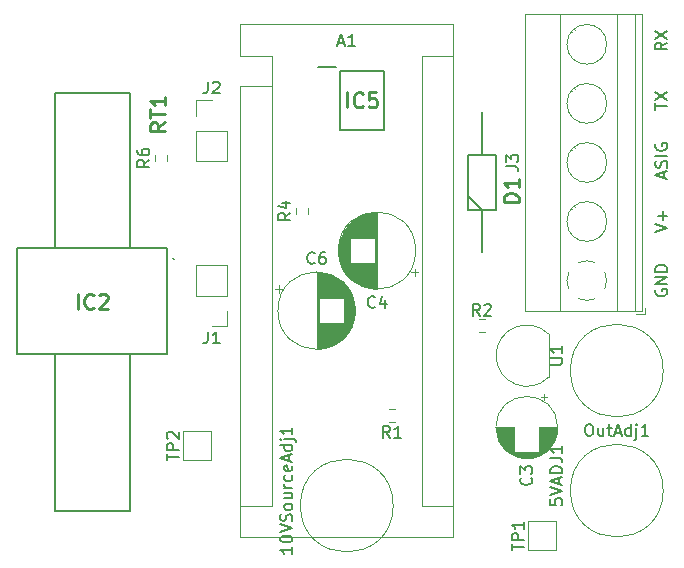
<source format=gbr>
%TF.GenerationSoftware,KiCad,Pcbnew,(5.1.9)-1*%
%TF.CreationDate,2021-05-25T19:19:13-07:00*%
%TF.ProjectId,VacuumSensor,56616375-756d-4536-956e-736f722e6b69,rev?*%
%TF.SameCoordinates,Original*%
%TF.FileFunction,Legend,Top*%
%TF.FilePolarity,Positive*%
%FSLAX46Y46*%
G04 Gerber Fmt 4.6, Leading zero omitted, Abs format (unit mm)*
G04 Created by KiCad (PCBNEW (5.1.9)-1) date 2021-05-25 19:19:13*
%MOMM*%
%LPD*%
G01*
G04 APERTURE LIST*
%ADD10C,0.150000*%
%ADD11C,0.200000*%
%ADD12C,0.120000*%
%ADD13C,0.100000*%
%ADD14C,0.254000*%
G04 APERTURE END LIST*
D10*
X132532380Y-82716666D02*
X132056190Y-83050000D01*
X132532380Y-83288095D02*
X131532380Y-83288095D01*
X131532380Y-82907142D01*
X131580000Y-82811904D01*
X131627619Y-82764285D01*
X131722857Y-82716666D01*
X131865714Y-82716666D01*
X131960952Y-82764285D01*
X132008571Y-82811904D01*
X132056190Y-82907142D01*
X132056190Y-83288095D01*
X131532380Y-82383333D02*
X132532380Y-81716666D01*
X131532380Y-81716666D02*
X132532380Y-82383333D01*
X131532380Y-88391904D02*
X131532380Y-87820476D01*
X132532380Y-88106190D02*
X131532380Y-88106190D01*
X131532380Y-87582380D02*
X132532380Y-86915714D01*
X131532380Y-86915714D02*
X132532380Y-87582380D01*
X132246666Y-94162380D02*
X132246666Y-93686190D01*
X132532380Y-94257619D02*
X131532380Y-93924285D01*
X132532380Y-93590952D01*
X132484761Y-93305238D02*
X132532380Y-93162380D01*
X132532380Y-92924285D01*
X132484761Y-92829047D01*
X132437142Y-92781428D01*
X132341904Y-92733809D01*
X132246666Y-92733809D01*
X132151428Y-92781428D01*
X132103809Y-92829047D01*
X132056190Y-92924285D01*
X132008571Y-93114761D01*
X131960952Y-93210000D01*
X131913333Y-93257619D01*
X131818095Y-93305238D01*
X131722857Y-93305238D01*
X131627619Y-93257619D01*
X131580000Y-93210000D01*
X131532380Y-93114761D01*
X131532380Y-92876666D01*
X131580000Y-92733809D01*
X132532380Y-92305238D02*
X131532380Y-92305238D01*
X131580000Y-91305238D02*
X131532380Y-91400476D01*
X131532380Y-91543333D01*
X131580000Y-91686190D01*
X131675238Y-91781428D01*
X131770476Y-91829047D01*
X131960952Y-91876666D01*
X132103809Y-91876666D01*
X132294285Y-91829047D01*
X132389523Y-91781428D01*
X132484761Y-91686190D01*
X132532380Y-91543333D01*
X132532380Y-91448095D01*
X132484761Y-91305238D01*
X132437142Y-91257619D01*
X132103809Y-91257619D01*
X132103809Y-91448095D01*
X131532380Y-98742380D02*
X132532380Y-98409047D01*
X131532380Y-98075714D01*
X132151428Y-97742380D02*
X132151428Y-96980476D01*
X132532380Y-97361428D02*
X131770476Y-97361428D01*
X131580000Y-103631904D02*
X131532380Y-103727142D01*
X131532380Y-103870000D01*
X131580000Y-104012857D01*
X131675238Y-104108095D01*
X131770476Y-104155714D01*
X131960952Y-104203333D01*
X132103809Y-104203333D01*
X132294285Y-104155714D01*
X132389523Y-104108095D01*
X132484761Y-104012857D01*
X132532380Y-103870000D01*
X132532380Y-103774761D01*
X132484761Y-103631904D01*
X132437142Y-103584285D01*
X132103809Y-103584285D01*
X132103809Y-103774761D01*
X132532380Y-103155714D02*
X131532380Y-103155714D01*
X132532380Y-102584285D01*
X131532380Y-102584285D01*
X132532380Y-102108095D02*
X131532380Y-102108095D01*
X131532380Y-101870000D01*
X131580000Y-101727142D01*
X131675238Y-101631904D01*
X131770476Y-101584285D01*
X131960952Y-101536666D01*
X132103809Y-101536666D01*
X132294285Y-101584285D01*
X132389523Y-101631904D01*
X132484761Y-101727142D01*
X132532380Y-101870000D01*
X132532380Y-102108095D01*
D11*
%TO.C,RT1*%
X89325000Y-88770000D02*
X89625000Y-88770000D01*
D12*
%TO.C,R6*%
X89132500Y-92712258D02*
X89132500Y-92237742D01*
X90177500Y-92712258D02*
X90177500Y-92237742D01*
D11*
%TO.C,IC5*%
X104830000Y-85130000D02*
X108530000Y-85130000D01*
X108530000Y-85130000D02*
X108530000Y-90130000D01*
X108530000Y-90130000D02*
X104830000Y-90130000D01*
X104830000Y-90130000D02*
X104830000Y-85130000D01*
X103005000Y-84780000D02*
X104480000Y-84780000D01*
D12*
%TO.C,R4*%
X102122500Y-97202258D02*
X102122500Y-96727742D01*
X101077500Y-97202258D02*
X101077500Y-96727742D01*
%TO.C,J3*%
X127410000Y-97870000D02*
G75*
G03*
X127410000Y-97870000I-1680000J0D01*
G01*
X127410000Y-92870000D02*
G75*
G03*
X127410000Y-92870000I-1680000J0D01*
G01*
X127410000Y-87870000D02*
G75*
G03*
X127410000Y-87870000I-1680000J0D01*
G01*
X127410000Y-82870000D02*
G75*
G03*
X127410000Y-82870000I-1680000J0D01*
G01*
X129830000Y-105430000D02*
X129830000Y-80310000D01*
X128330000Y-105430000D02*
X128330000Y-80310000D01*
X123429000Y-105430000D02*
X123429000Y-80310000D01*
X120469000Y-105430000D02*
X120469000Y-80310000D01*
X130390000Y-105430000D02*
X130390000Y-80310000D01*
X120469000Y-105430000D02*
X130390000Y-105430000D01*
X120469000Y-80310000D02*
X130390000Y-80310000D01*
X124661000Y-96595000D02*
X124707000Y-96642000D01*
X126969000Y-98904000D02*
X127004000Y-98939000D01*
X124455000Y-96800000D02*
X124491000Y-96835000D01*
X126753000Y-99097000D02*
X126799000Y-99144000D01*
X124661000Y-91595000D02*
X124707000Y-91642000D01*
X126969000Y-93904000D02*
X127004000Y-93939000D01*
X124455000Y-91800000D02*
X124491000Y-91835000D01*
X126753000Y-94097000D02*
X126799000Y-94144000D01*
X124661000Y-86595000D02*
X124707000Y-86642000D01*
X126969000Y-88904000D02*
X127004000Y-88939000D01*
X124455000Y-86800000D02*
X124491000Y-86835000D01*
X126753000Y-89097000D02*
X126799000Y-89144000D01*
X124661000Y-81595000D02*
X124707000Y-81642000D01*
X126969000Y-83904000D02*
X127004000Y-83939000D01*
X124455000Y-81800000D02*
X124491000Y-81835000D01*
X126753000Y-84097000D02*
X126799000Y-84144000D01*
X129890000Y-105670000D02*
X130630000Y-105670000D01*
X130630000Y-105670000D02*
X130630000Y-105170000D01*
X127410253Y-102841195D02*
G75*
G02*
X127265000Y-103554000I-1680253J-28805D01*
G01*
X126413042Y-104405426D02*
G75*
G02*
X125046000Y-104405000I-683042J1535426D01*
G01*
X124194574Y-103553042D02*
G75*
G02*
X124195000Y-102186000I1535426J683042D01*
G01*
X125046958Y-101334574D02*
G75*
G02*
X126414000Y-101335000I683042J-1535426D01*
G01*
X127264756Y-102186682D02*
G75*
G02*
X127410000Y-102870000I-1534756J-683318D01*
G01*
%TO.C,J1*%
X95310000Y-106740000D02*
X93980000Y-106740000D01*
X95310000Y-105410000D02*
X95310000Y-106740000D01*
X95310000Y-104140000D02*
X92650000Y-104140000D01*
X92650000Y-104140000D02*
X92650000Y-101540000D01*
X95310000Y-104140000D02*
X95310000Y-101540000D01*
X95310000Y-101540000D02*
X92650000Y-101540000D01*
%TO.C,A1*%
X114430000Y-81150000D02*
X96390000Y-81150000D01*
X114430000Y-124590000D02*
X114430000Y-81150000D01*
X96390000Y-124590000D02*
X114430000Y-124590000D01*
X99060000Y-121920000D02*
X96390000Y-121920000D01*
X99060000Y-86360000D02*
X99060000Y-121920000D01*
X99060000Y-86360000D02*
X96390000Y-86360000D01*
X111760000Y-121920000D02*
X114430000Y-121920000D01*
X111760000Y-83820000D02*
X111760000Y-121920000D01*
X111760000Y-83820000D02*
X114430000Y-83820000D01*
X96390000Y-81150000D02*
X96390000Y-83820000D01*
X96390000Y-86360000D02*
X96390000Y-124590000D01*
X99060000Y-83820000D02*
X96390000Y-83820000D01*
X99060000Y-86360000D02*
X99060000Y-83820000D01*
%TO.C,TP1*%
X120720000Y-125660000D02*
X120720000Y-123260000D01*
X120720000Y-123260000D02*
X123120000Y-123260000D01*
X123120000Y-123260000D02*
X123120000Y-125660000D01*
X123120000Y-125660000D02*
X120720000Y-125660000D01*
%TO.C,10VSourceAdj1*%
X109340000Y-121920000D02*
G75*
G03*
X109340000Y-121920000I-3930000J0D01*
G01*
%TO.C,C6*%
X106120000Y-105410000D02*
G75*
G03*
X106120000Y-105410000I-3270000J0D01*
G01*
X102850000Y-102180000D02*
X102850000Y-108640000D01*
X102890000Y-102180000D02*
X102890000Y-108640000D01*
X102930000Y-102180000D02*
X102930000Y-108640000D01*
X102970000Y-102182000D02*
X102970000Y-108638000D01*
X103010000Y-102183000D02*
X103010000Y-108637000D01*
X103050000Y-102186000D02*
X103050000Y-108634000D01*
X103090000Y-102188000D02*
X103090000Y-104370000D01*
X103090000Y-106450000D02*
X103090000Y-108632000D01*
X103130000Y-102192000D02*
X103130000Y-104370000D01*
X103130000Y-106450000D02*
X103130000Y-108628000D01*
X103170000Y-102195000D02*
X103170000Y-104370000D01*
X103170000Y-106450000D02*
X103170000Y-108625000D01*
X103210000Y-102199000D02*
X103210000Y-104370000D01*
X103210000Y-106450000D02*
X103210000Y-108621000D01*
X103250000Y-102204000D02*
X103250000Y-104370000D01*
X103250000Y-106450000D02*
X103250000Y-108616000D01*
X103290000Y-102209000D02*
X103290000Y-104370000D01*
X103290000Y-106450000D02*
X103290000Y-108611000D01*
X103330000Y-102215000D02*
X103330000Y-104370000D01*
X103330000Y-106450000D02*
X103330000Y-108605000D01*
X103370000Y-102221000D02*
X103370000Y-104370000D01*
X103370000Y-106450000D02*
X103370000Y-108599000D01*
X103410000Y-102228000D02*
X103410000Y-104370000D01*
X103410000Y-106450000D02*
X103410000Y-108592000D01*
X103450000Y-102235000D02*
X103450000Y-104370000D01*
X103450000Y-106450000D02*
X103450000Y-108585000D01*
X103490000Y-102243000D02*
X103490000Y-104370000D01*
X103490000Y-106450000D02*
X103490000Y-108577000D01*
X103530000Y-102251000D02*
X103530000Y-104370000D01*
X103530000Y-106450000D02*
X103530000Y-108569000D01*
X103571000Y-102260000D02*
X103571000Y-104370000D01*
X103571000Y-106450000D02*
X103571000Y-108560000D01*
X103611000Y-102269000D02*
X103611000Y-104370000D01*
X103611000Y-106450000D02*
X103611000Y-108551000D01*
X103651000Y-102279000D02*
X103651000Y-104370000D01*
X103651000Y-106450000D02*
X103651000Y-108541000D01*
X103691000Y-102289000D02*
X103691000Y-104370000D01*
X103691000Y-106450000D02*
X103691000Y-108531000D01*
X103731000Y-102300000D02*
X103731000Y-104370000D01*
X103731000Y-106450000D02*
X103731000Y-108520000D01*
X103771000Y-102312000D02*
X103771000Y-104370000D01*
X103771000Y-106450000D02*
X103771000Y-108508000D01*
X103811000Y-102324000D02*
X103811000Y-104370000D01*
X103811000Y-106450000D02*
X103811000Y-108496000D01*
X103851000Y-102336000D02*
X103851000Y-104370000D01*
X103851000Y-106450000D02*
X103851000Y-108484000D01*
X103891000Y-102349000D02*
X103891000Y-104370000D01*
X103891000Y-106450000D02*
X103891000Y-108471000D01*
X103931000Y-102363000D02*
X103931000Y-104370000D01*
X103931000Y-106450000D02*
X103931000Y-108457000D01*
X103971000Y-102377000D02*
X103971000Y-104370000D01*
X103971000Y-106450000D02*
X103971000Y-108443000D01*
X104011000Y-102392000D02*
X104011000Y-104370000D01*
X104011000Y-106450000D02*
X104011000Y-108428000D01*
X104051000Y-102408000D02*
X104051000Y-104370000D01*
X104051000Y-106450000D02*
X104051000Y-108412000D01*
X104091000Y-102424000D02*
X104091000Y-104370000D01*
X104091000Y-106450000D02*
X104091000Y-108396000D01*
X104131000Y-102440000D02*
X104131000Y-104370000D01*
X104131000Y-106450000D02*
X104131000Y-108380000D01*
X104171000Y-102458000D02*
X104171000Y-104370000D01*
X104171000Y-106450000D02*
X104171000Y-108362000D01*
X104211000Y-102476000D02*
X104211000Y-104370000D01*
X104211000Y-106450000D02*
X104211000Y-108344000D01*
X104251000Y-102494000D02*
X104251000Y-104370000D01*
X104251000Y-106450000D02*
X104251000Y-108326000D01*
X104291000Y-102514000D02*
X104291000Y-104370000D01*
X104291000Y-106450000D02*
X104291000Y-108306000D01*
X104331000Y-102534000D02*
X104331000Y-104370000D01*
X104331000Y-106450000D02*
X104331000Y-108286000D01*
X104371000Y-102554000D02*
X104371000Y-104370000D01*
X104371000Y-106450000D02*
X104371000Y-108266000D01*
X104411000Y-102576000D02*
X104411000Y-104370000D01*
X104411000Y-106450000D02*
X104411000Y-108244000D01*
X104451000Y-102598000D02*
X104451000Y-104370000D01*
X104451000Y-106450000D02*
X104451000Y-108222000D01*
X104491000Y-102620000D02*
X104491000Y-104370000D01*
X104491000Y-106450000D02*
X104491000Y-108200000D01*
X104531000Y-102644000D02*
X104531000Y-104370000D01*
X104531000Y-106450000D02*
X104531000Y-108176000D01*
X104571000Y-102668000D02*
X104571000Y-104370000D01*
X104571000Y-106450000D02*
X104571000Y-108152000D01*
X104611000Y-102694000D02*
X104611000Y-104370000D01*
X104611000Y-106450000D02*
X104611000Y-108126000D01*
X104651000Y-102720000D02*
X104651000Y-104370000D01*
X104651000Y-106450000D02*
X104651000Y-108100000D01*
X104691000Y-102746000D02*
X104691000Y-104370000D01*
X104691000Y-106450000D02*
X104691000Y-108074000D01*
X104731000Y-102774000D02*
X104731000Y-104370000D01*
X104731000Y-106450000D02*
X104731000Y-108046000D01*
X104771000Y-102803000D02*
X104771000Y-104370000D01*
X104771000Y-106450000D02*
X104771000Y-108017000D01*
X104811000Y-102832000D02*
X104811000Y-104370000D01*
X104811000Y-106450000D02*
X104811000Y-107988000D01*
X104851000Y-102862000D02*
X104851000Y-104370000D01*
X104851000Y-106450000D02*
X104851000Y-107958000D01*
X104891000Y-102894000D02*
X104891000Y-104370000D01*
X104891000Y-106450000D02*
X104891000Y-107926000D01*
X104931000Y-102926000D02*
X104931000Y-104370000D01*
X104931000Y-106450000D02*
X104931000Y-107894000D01*
X104971000Y-102960000D02*
X104971000Y-104370000D01*
X104971000Y-106450000D02*
X104971000Y-107860000D01*
X105011000Y-102994000D02*
X105011000Y-104370000D01*
X105011000Y-106450000D02*
X105011000Y-107826000D01*
X105051000Y-103030000D02*
X105051000Y-104370000D01*
X105051000Y-106450000D02*
X105051000Y-107790000D01*
X105091000Y-103067000D02*
X105091000Y-104370000D01*
X105091000Y-106450000D02*
X105091000Y-107753000D01*
X105131000Y-103105000D02*
X105131000Y-104370000D01*
X105131000Y-106450000D02*
X105131000Y-107715000D01*
X105171000Y-103145000D02*
X105171000Y-107675000D01*
X105211000Y-103186000D02*
X105211000Y-107634000D01*
X105251000Y-103228000D02*
X105251000Y-107592000D01*
X105291000Y-103273000D02*
X105291000Y-107547000D01*
X105331000Y-103318000D02*
X105331000Y-107502000D01*
X105371000Y-103366000D02*
X105371000Y-107454000D01*
X105411000Y-103415000D02*
X105411000Y-107405000D01*
X105451000Y-103466000D02*
X105451000Y-107354000D01*
X105491000Y-103520000D02*
X105491000Y-107300000D01*
X105531000Y-103576000D02*
X105531000Y-107244000D01*
X105571000Y-103634000D02*
X105571000Y-107186000D01*
X105611000Y-103696000D02*
X105611000Y-107124000D01*
X105651000Y-103760000D02*
X105651000Y-107060000D01*
X105691000Y-103829000D02*
X105691000Y-106991000D01*
X105731000Y-103901000D02*
X105731000Y-106919000D01*
X105771000Y-103978000D02*
X105771000Y-106842000D01*
X105811000Y-104060000D02*
X105811000Y-106760000D01*
X105851000Y-104148000D02*
X105851000Y-106672000D01*
X105891000Y-104245000D02*
X105891000Y-106575000D01*
X105931000Y-104351000D02*
X105931000Y-106469000D01*
X105971000Y-104470000D02*
X105971000Y-106350000D01*
X106011000Y-104608000D02*
X106011000Y-106212000D01*
X106051000Y-104777000D02*
X106051000Y-106043000D01*
X106091000Y-105008000D02*
X106091000Y-105812000D01*
X99349759Y-103571000D02*
X99979759Y-103571000D01*
X99664759Y-103256000D02*
X99664759Y-103886000D01*
%TO.C,C4*%
X111240000Y-100330000D02*
G75*
G03*
X111240000Y-100330000I-3270000J0D01*
G01*
X107970000Y-103560000D02*
X107970000Y-97100000D01*
X107930000Y-103560000D02*
X107930000Y-97100000D01*
X107890000Y-103560000D02*
X107890000Y-97100000D01*
X107850000Y-103558000D02*
X107850000Y-97102000D01*
X107810000Y-103557000D02*
X107810000Y-97103000D01*
X107770000Y-103554000D02*
X107770000Y-97106000D01*
X107730000Y-103552000D02*
X107730000Y-101370000D01*
X107730000Y-99290000D02*
X107730000Y-97108000D01*
X107690000Y-103548000D02*
X107690000Y-101370000D01*
X107690000Y-99290000D02*
X107690000Y-97112000D01*
X107650000Y-103545000D02*
X107650000Y-101370000D01*
X107650000Y-99290000D02*
X107650000Y-97115000D01*
X107610000Y-103541000D02*
X107610000Y-101370000D01*
X107610000Y-99290000D02*
X107610000Y-97119000D01*
X107570000Y-103536000D02*
X107570000Y-101370000D01*
X107570000Y-99290000D02*
X107570000Y-97124000D01*
X107530000Y-103531000D02*
X107530000Y-101370000D01*
X107530000Y-99290000D02*
X107530000Y-97129000D01*
X107490000Y-103525000D02*
X107490000Y-101370000D01*
X107490000Y-99290000D02*
X107490000Y-97135000D01*
X107450000Y-103519000D02*
X107450000Y-101370000D01*
X107450000Y-99290000D02*
X107450000Y-97141000D01*
X107410000Y-103512000D02*
X107410000Y-101370000D01*
X107410000Y-99290000D02*
X107410000Y-97148000D01*
X107370000Y-103505000D02*
X107370000Y-101370000D01*
X107370000Y-99290000D02*
X107370000Y-97155000D01*
X107330000Y-103497000D02*
X107330000Y-101370000D01*
X107330000Y-99290000D02*
X107330000Y-97163000D01*
X107290000Y-103489000D02*
X107290000Y-101370000D01*
X107290000Y-99290000D02*
X107290000Y-97171000D01*
X107249000Y-103480000D02*
X107249000Y-101370000D01*
X107249000Y-99290000D02*
X107249000Y-97180000D01*
X107209000Y-103471000D02*
X107209000Y-101370000D01*
X107209000Y-99290000D02*
X107209000Y-97189000D01*
X107169000Y-103461000D02*
X107169000Y-101370000D01*
X107169000Y-99290000D02*
X107169000Y-97199000D01*
X107129000Y-103451000D02*
X107129000Y-101370000D01*
X107129000Y-99290000D02*
X107129000Y-97209000D01*
X107089000Y-103440000D02*
X107089000Y-101370000D01*
X107089000Y-99290000D02*
X107089000Y-97220000D01*
X107049000Y-103428000D02*
X107049000Y-101370000D01*
X107049000Y-99290000D02*
X107049000Y-97232000D01*
X107009000Y-103416000D02*
X107009000Y-101370000D01*
X107009000Y-99290000D02*
X107009000Y-97244000D01*
X106969000Y-103404000D02*
X106969000Y-101370000D01*
X106969000Y-99290000D02*
X106969000Y-97256000D01*
X106929000Y-103391000D02*
X106929000Y-101370000D01*
X106929000Y-99290000D02*
X106929000Y-97269000D01*
X106889000Y-103377000D02*
X106889000Y-101370000D01*
X106889000Y-99290000D02*
X106889000Y-97283000D01*
X106849000Y-103363000D02*
X106849000Y-101370000D01*
X106849000Y-99290000D02*
X106849000Y-97297000D01*
X106809000Y-103348000D02*
X106809000Y-101370000D01*
X106809000Y-99290000D02*
X106809000Y-97312000D01*
X106769000Y-103332000D02*
X106769000Y-101370000D01*
X106769000Y-99290000D02*
X106769000Y-97328000D01*
X106729000Y-103316000D02*
X106729000Y-101370000D01*
X106729000Y-99290000D02*
X106729000Y-97344000D01*
X106689000Y-103300000D02*
X106689000Y-101370000D01*
X106689000Y-99290000D02*
X106689000Y-97360000D01*
X106649000Y-103282000D02*
X106649000Y-101370000D01*
X106649000Y-99290000D02*
X106649000Y-97378000D01*
X106609000Y-103264000D02*
X106609000Y-101370000D01*
X106609000Y-99290000D02*
X106609000Y-97396000D01*
X106569000Y-103246000D02*
X106569000Y-101370000D01*
X106569000Y-99290000D02*
X106569000Y-97414000D01*
X106529000Y-103226000D02*
X106529000Y-101370000D01*
X106529000Y-99290000D02*
X106529000Y-97434000D01*
X106489000Y-103206000D02*
X106489000Y-101370000D01*
X106489000Y-99290000D02*
X106489000Y-97454000D01*
X106449000Y-103186000D02*
X106449000Y-101370000D01*
X106449000Y-99290000D02*
X106449000Y-97474000D01*
X106409000Y-103164000D02*
X106409000Y-101370000D01*
X106409000Y-99290000D02*
X106409000Y-97496000D01*
X106369000Y-103142000D02*
X106369000Y-101370000D01*
X106369000Y-99290000D02*
X106369000Y-97518000D01*
X106329000Y-103120000D02*
X106329000Y-101370000D01*
X106329000Y-99290000D02*
X106329000Y-97540000D01*
X106289000Y-103096000D02*
X106289000Y-101370000D01*
X106289000Y-99290000D02*
X106289000Y-97564000D01*
X106249000Y-103072000D02*
X106249000Y-101370000D01*
X106249000Y-99290000D02*
X106249000Y-97588000D01*
X106209000Y-103046000D02*
X106209000Y-101370000D01*
X106209000Y-99290000D02*
X106209000Y-97614000D01*
X106169000Y-103020000D02*
X106169000Y-101370000D01*
X106169000Y-99290000D02*
X106169000Y-97640000D01*
X106129000Y-102994000D02*
X106129000Y-101370000D01*
X106129000Y-99290000D02*
X106129000Y-97666000D01*
X106089000Y-102966000D02*
X106089000Y-101370000D01*
X106089000Y-99290000D02*
X106089000Y-97694000D01*
X106049000Y-102937000D02*
X106049000Y-101370000D01*
X106049000Y-99290000D02*
X106049000Y-97723000D01*
X106009000Y-102908000D02*
X106009000Y-101370000D01*
X106009000Y-99290000D02*
X106009000Y-97752000D01*
X105969000Y-102878000D02*
X105969000Y-101370000D01*
X105969000Y-99290000D02*
X105969000Y-97782000D01*
X105929000Y-102846000D02*
X105929000Y-101370000D01*
X105929000Y-99290000D02*
X105929000Y-97814000D01*
X105889000Y-102814000D02*
X105889000Y-101370000D01*
X105889000Y-99290000D02*
X105889000Y-97846000D01*
X105849000Y-102780000D02*
X105849000Y-101370000D01*
X105849000Y-99290000D02*
X105849000Y-97880000D01*
X105809000Y-102746000D02*
X105809000Y-101370000D01*
X105809000Y-99290000D02*
X105809000Y-97914000D01*
X105769000Y-102710000D02*
X105769000Y-101370000D01*
X105769000Y-99290000D02*
X105769000Y-97950000D01*
X105729000Y-102673000D02*
X105729000Y-101370000D01*
X105729000Y-99290000D02*
X105729000Y-97987000D01*
X105689000Y-102635000D02*
X105689000Y-101370000D01*
X105689000Y-99290000D02*
X105689000Y-98025000D01*
X105649000Y-102595000D02*
X105649000Y-98065000D01*
X105609000Y-102554000D02*
X105609000Y-98106000D01*
X105569000Y-102512000D02*
X105569000Y-98148000D01*
X105529000Y-102467000D02*
X105529000Y-98193000D01*
X105489000Y-102422000D02*
X105489000Y-98238000D01*
X105449000Y-102374000D02*
X105449000Y-98286000D01*
X105409000Y-102325000D02*
X105409000Y-98335000D01*
X105369000Y-102274000D02*
X105369000Y-98386000D01*
X105329000Y-102220000D02*
X105329000Y-98440000D01*
X105289000Y-102164000D02*
X105289000Y-98496000D01*
X105249000Y-102106000D02*
X105249000Y-98554000D01*
X105209000Y-102044000D02*
X105209000Y-98616000D01*
X105169000Y-101980000D02*
X105169000Y-98680000D01*
X105129000Y-101911000D02*
X105129000Y-98749000D01*
X105089000Y-101839000D02*
X105089000Y-98821000D01*
X105049000Y-101762000D02*
X105049000Y-98898000D01*
X105009000Y-101680000D02*
X105009000Y-98980000D01*
X104969000Y-101592000D02*
X104969000Y-99068000D01*
X104929000Y-101495000D02*
X104929000Y-99165000D01*
X104889000Y-101389000D02*
X104889000Y-99271000D01*
X104849000Y-101270000D02*
X104849000Y-99390000D01*
X104809000Y-101132000D02*
X104809000Y-99528000D01*
X104769000Y-100963000D02*
X104769000Y-99697000D01*
X104729000Y-100732000D02*
X104729000Y-99928000D01*
X111470241Y-102169000D02*
X110840241Y-102169000D01*
X111155241Y-102484000D02*
X111155241Y-101854000D01*
%TO.C,R1*%
X109457258Y-113777500D02*
X108982742Y-113777500D01*
X109457258Y-114822500D02*
X108982742Y-114822500D01*
%TO.C,TP2*%
X91510000Y-118040000D02*
X91510000Y-115640000D01*
X91510000Y-115640000D02*
X93910000Y-115640000D01*
X93910000Y-115640000D02*
X93910000Y-118040000D01*
X93910000Y-118040000D02*
X91510000Y-118040000D01*
%TO.C,J2*%
X92650000Y-92770000D02*
X95310000Y-92770000D01*
X92650000Y-90170000D02*
X92650000Y-92770000D01*
X95310000Y-90170000D02*
X95310000Y-92770000D01*
X92650000Y-90170000D02*
X95310000Y-90170000D01*
X92650000Y-88900000D02*
X92650000Y-87570000D01*
X92650000Y-87570000D02*
X93980000Y-87570000D01*
D11*
%TO.C,D1*%
X115652000Y-96868000D02*
X115652000Y-92232000D01*
X115652000Y-92232000D02*
X118028000Y-92232000D01*
X118028000Y-92232000D02*
X118028000Y-96868000D01*
X118028000Y-96868000D02*
X115652000Y-96868000D01*
X116840000Y-96868000D02*
X115652000Y-95680000D01*
X116840000Y-100462000D02*
X116840000Y-96868000D01*
X116840000Y-92232000D02*
X116840000Y-88638000D01*
D12*
%TO.C,C3*%
X122375000Y-112745225D02*
X121875000Y-112745225D01*
X122125000Y-112495225D02*
X122125000Y-112995225D01*
X120934000Y-117901000D02*
X120366000Y-117901000D01*
X121168000Y-117861000D02*
X120132000Y-117861000D01*
X121327000Y-117821000D02*
X119973000Y-117821000D01*
X121455000Y-117781000D02*
X119845000Y-117781000D01*
X121565000Y-117741000D02*
X119735000Y-117741000D01*
X121661000Y-117701000D02*
X119639000Y-117701000D01*
X121748000Y-117661000D02*
X119552000Y-117661000D01*
X121828000Y-117621000D02*
X119472000Y-117621000D01*
X121901000Y-117581000D02*
X119399000Y-117581000D01*
X121969000Y-117541000D02*
X119331000Y-117541000D01*
X122033000Y-117501000D02*
X119267000Y-117501000D01*
X122093000Y-117461000D02*
X119207000Y-117461000D01*
X122150000Y-117421000D02*
X119150000Y-117421000D01*
X122204000Y-117381000D02*
X119096000Y-117381000D01*
X122255000Y-117341000D02*
X119045000Y-117341000D01*
X119610000Y-117301000D02*
X118997000Y-117301000D01*
X122303000Y-117301000D02*
X121690000Y-117301000D01*
X119610000Y-117261000D02*
X118951000Y-117261000D01*
X122349000Y-117261000D02*
X121690000Y-117261000D01*
X119610000Y-117221000D02*
X118907000Y-117221000D01*
X122393000Y-117221000D02*
X121690000Y-117221000D01*
X119610000Y-117181000D02*
X118865000Y-117181000D01*
X122435000Y-117181000D02*
X121690000Y-117181000D01*
X119610000Y-117141000D02*
X118824000Y-117141000D01*
X122476000Y-117141000D02*
X121690000Y-117141000D01*
X119610000Y-117101000D02*
X118786000Y-117101000D01*
X122514000Y-117101000D02*
X121690000Y-117101000D01*
X119610000Y-117061000D02*
X118749000Y-117061000D01*
X122551000Y-117061000D02*
X121690000Y-117061000D01*
X119610000Y-117021000D02*
X118713000Y-117021000D01*
X122587000Y-117021000D02*
X121690000Y-117021000D01*
X119610000Y-116981000D02*
X118679000Y-116981000D01*
X122621000Y-116981000D02*
X121690000Y-116981000D01*
X119610000Y-116941000D02*
X118646000Y-116941000D01*
X122654000Y-116941000D02*
X121690000Y-116941000D01*
X119610000Y-116901000D02*
X118615000Y-116901000D01*
X122685000Y-116901000D02*
X121690000Y-116901000D01*
X119610000Y-116861000D02*
X118585000Y-116861000D01*
X122715000Y-116861000D02*
X121690000Y-116861000D01*
X119610000Y-116821000D02*
X118555000Y-116821000D01*
X122745000Y-116821000D02*
X121690000Y-116821000D01*
X119610000Y-116781000D02*
X118528000Y-116781000D01*
X122772000Y-116781000D02*
X121690000Y-116781000D01*
X119610000Y-116741000D02*
X118501000Y-116741000D01*
X122799000Y-116741000D02*
X121690000Y-116741000D01*
X119610000Y-116701000D02*
X118475000Y-116701000D01*
X122825000Y-116701000D02*
X121690000Y-116701000D01*
X119610000Y-116661000D02*
X118450000Y-116661000D01*
X122850000Y-116661000D02*
X121690000Y-116661000D01*
X119610000Y-116621000D02*
X118426000Y-116621000D01*
X122874000Y-116621000D02*
X121690000Y-116621000D01*
X119610000Y-116581000D02*
X118403000Y-116581000D01*
X122897000Y-116581000D02*
X121690000Y-116581000D01*
X119610000Y-116541000D02*
X118382000Y-116541000D01*
X122918000Y-116541000D02*
X121690000Y-116541000D01*
X119610000Y-116501000D02*
X118360000Y-116501000D01*
X122940000Y-116501000D02*
X121690000Y-116501000D01*
X119610000Y-116461000D02*
X118340000Y-116461000D01*
X122960000Y-116461000D02*
X121690000Y-116461000D01*
X119610000Y-116421000D02*
X118321000Y-116421000D01*
X122979000Y-116421000D02*
X121690000Y-116421000D01*
X119610000Y-116381000D02*
X118302000Y-116381000D01*
X122998000Y-116381000D02*
X121690000Y-116381000D01*
X119610000Y-116341000D02*
X118285000Y-116341000D01*
X123015000Y-116341000D02*
X121690000Y-116341000D01*
X119610000Y-116301000D02*
X118268000Y-116301000D01*
X123032000Y-116301000D02*
X121690000Y-116301000D01*
X119610000Y-116261000D02*
X118252000Y-116261000D01*
X123048000Y-116261000D02*
X121690000Y-116261000D01*
X119610000Y-116221000D02*
X118236000Y-116221000D01*
X123064000Y-116221000D02*
X121690000Y-116221000D01*
X119610000Y-116181000D02*
X118222000Y-116181000D01*
X123078000Y-116181000D02*
X121690000Y-116181000D01*
X119610000Y-116141000D02*
X118208000Y-116141000D01*
X123092000Y-116141000D02*
X121690000Y-116141000D01*
X119610000Y-116101000D02*
X118195000Y-116101000D01*
X123105000Y-116101000D02*
X121690000Y-116101000D01*
X119610000Y-116061000D02*
X118182000Y-116061000D01*
X123118000Y-116061000D02*
X121690000Y-116061000D01*
X119610000Y-116021000D02*
X118170000Y-116021000D01*
X123130000Y-116021000D02*
X121690000Y-116021000D01*
X119610000Y-115980000D02*
X118159000Y-115980000D01*
X123141000Y-115980000D02*
X121690000Y-115980000D01*
X119610000Y-115940000D02*
X118149000Y-115940000D01*
X123151000Y-115940000D02*
X121690000Y-115940000D01*
X119610000Y-115900000D02*
X118139000Y-115900000D01*
X123161000Y-115900000D02*
X121690000Y-115900000D01*
X119610000Y-115860000D02*
X118130000Y-115860000D01*
X123170000Y-115860000D02*
X121690000Y-115860000D01*
X119610000Y-115820000D02*
X118122000Y-115820000D01*
X123178000Y-115820000D02*
X121690000Y-115820000D01*
X119610000Y-115780000D02*
X118114000Y-115780000D01*
X123186000Y-115780000D02*
X121690000Y-115780000D01*
X119610000Y-115740000D02*
X118107000Y-115740000D01*
X123193000Y-115740000D02*
X121690000Y-115740000D01*
X119610000Y-115700000D02*
X118100000Y-115700000D01*
X123200000Y-115700000D02*
X121690000Y-115700000D01*
X119610000Y-115660000D02*
X118094000Y-115660000D01*
X123206000Y-115660000D02*
X121690000Y-115660000D01*
X119610000Y-115620000D02*
X118089000Y-115620000D01*
X123211000Y-115620000D02*
X121690000Y-115620000D01*
X119610000Y-115580000D02*
X118085000Y-115580000D01*
X123215000Y-115580000D02*
X121690000Y-115580000D01*
X119610000Y-115540000D02*
X118081000Y-115540000D01*
X123219000Y-115540000D02*
X121690000Y-115540000D01*
X119610000Y-115500000D02*
X118077000Y-115500000D01*
X123223000Y-115500000D02*
X121690000Y-115500000D01*
X119610000Y-115460000D02*
X118074000Y-115460000D01*
X123226000Y-115460000D02*
X121690000Y-115460000D01*
X119610000Y-115420000D02*
X118072000Y-115420000D01*
X123228000Y-115420000D02*
X121690000Y-115420000D01*
X119610000Y-115380000D02*
X118071000Y-115380000D01*
X123229000Y-115380000D02*
X121690000Y-115380000D01*
X123230000Y-115340000D02*
X121690000Y-115340000D01*
X119610000Y-115340000D02*
X118070000Y-115340000D01*
X123230000Y-115300000D02*
X121690000Y-115300000D01*
X119610000Y-115300000D02*
X118070000Y-115300000D01*
X123270000Y-115300000D02*
G75*
G03*
X123270000Y-115300000I-2620000J0D01*
G01*
D13*
%TO.C,IC2*%
X90780000Y-101000000D02*
X90780000Y-101000000D01*
X90680000Y-101000000D02*
X90680000Y-101000000D01*
D11*
X87080000Y-87000000D02*
X87080000Y-100100000D01*
X80680000Y-87000000D02*
X87080000Y-87000000D01*
X80680000Y-100100000D02*
X80680000Y-87000000D01*
X87080000Y-122400000D02*
X87080000Y-109100000D01*
X80680000Y-122400000D02*
X87080000Y-122400000D01*
X80680000Y-109100000D02*
X80680000Y-122400000D01*
X77530000Y-100100000D02*
X77530000Y-109100000D01*
X90230000Y-100100000D02*
X77530000Y-100100000D01*
X90230000Y-109100000D02*
X90230000Y-100100000D01*
X77530000Y-109100000D02*
X90230000Y-109100000D01*
D13*
X90680000Y-101000000D02*
G75*
G02*
X90780000Y-101000000I50000J0D01*
G01*
X90780000Y-101000000D02*
G75*
G02*
X90680000Y-101000000I-50000J0D01*
G01*
D12*
%TO.C,OutAdj1*%
X132200000Y-110490000D02*
G75*
G03*
X132200000Y-110490000I-3930000J0D01*
G01*
%TO.C,U1*%
X122500000Y-111020000D02*
X122500000Y-107420000D01*
X122488478Y-111058478D02*
G75*
G02*
X118050000Y-109220000I-1838478J1838478D01*
G01*
X122488478Y-107381522D02*
G75*
G03*
X118050000Y-109220000I-1838478J-1838478D01*
G01*
%TO.C,5VADJ1*%
X132200000Y-120650000D02*
G75*
G03*
X132200000Y-120650000I-3930000J0D01*
G01*
%TO.C,R2*%
X117077258Y-106157500D02*
X116602742Y-106157500D01*
X117077258Y-107202500D02*
X116602742Y-107202500D01*
%TO.C,RT1*%
D14*
X90049523Y-89465476D02*
X89444761Y-89888809D01*
X90049523Y-90191190D02*
X88779523Y-90191190D01*
X88779523Y-89707380D01*
X88840000Y-89586428D01*
X88900476Y-89525952D01*
X89021428Y-89465476D01*
X89202857Y-89465476D01*
X89323809Y-89525952D01*
X89384285Y-89586428D01*
X89444761Y-89707380D01*
X89444761Y-90191190D01*
X88779523Y-89102619D02*
X88779523Y-88376904D01*
X90049523Y-88739761D02*
X88779523Y-88739761D01*
X90049523Y-87288333D02*
X90049523Y-88014047D01*
X90049523Y-87651190D02*
X88779523Y-87651190D01*
X88960952Y-87772142D01*
X89081904Y-87893095D01*
X89142380Y-88014047D01*
%TO.C,R6*%
D10*
X88677380Y-92641666D02*
X88201190Y-92975000D01*
X88677380Y-93213095D02*
X87677380Y-93213095D01*
X87677380Y-92832142D01*
X87725000Y-92736904D01*
X87772619Y-92689285D01*
X87867857Y-92641666D01*
X88010714Y-92641666D01*
X88105952Y-92689285D01*
X88153571Y-92736904D01*
X88201190Y-92832142D01*
X88201190Y-93213095D01*
X87677380Y-91784523D02*
X87677380Y-91975000D01*
X87725000Y-92070238D01*
X87772619Y-92117857D01*
X87915476Y-92213095D01*
X88105952Y-92260714D01*
X88486904Y-92260714D01*
X88582142Y-92213095D01*
X88629761Y-92165476D01*
X88677380Y-92070238D01*
X88677380Y-91879761D01*
X88629761Y-91784523D01*
X88582142Y-91736904D01*
X88486904Y-91689285D01*
X88248809Y-91689285D01*
X88153571Y-91736904D01*
X88105952Y-91784523D01*
X88058333Y-91879761D01*
X88058333Y-92070238D01*
X88105952Y-92165476D01*
X88153571Y-92213095D01*
X88248809Y-92260714D01*
%TO.C,IC5*%
D14*
X105440238Y-88204523D02*
X105440238Y-86934523D01*
X106770714Y-88083571D02*
X106710238Y-88144047D01*
X106528809Y-88204523D01*
X106407857Y-88204523D01*
X106226428Y-88144047D01*
X106105476Y-88023095D01*
X106045000Y-87902142D01*
X105984523Y-87660238D01*
X105984523Y-87478809D01*
X106045000Y-87236904D01*
X106105476Y-87115952D01*
X106226428Y-86995000D01*
X106407857Y-86934523D01*
X106528809Y-86934523D01*
X106710238Y-86995000D01*
X106770714Y-87055476D01*
X107919761Y-86934523D02*
X107315000Y-86934523D01*
X107254523Y-87539285D01*
X107315000Y-87478809D01*
X107435952Y-87418333D01*
X107738333Y-87418333D01*
X107859285Y-87478809D01*
X107919761Y-87539285D01*
X107980238Y-87660238D01*
X107980238Y-87962619D01*
X107919761Y-88083571D01*
X107859285Y-88144047D01*
X107738333Y-88204523D01*
X107435952Y-88204523D01*
X107315000Y-88144047D01*
X107254523Y-88083571D01*
%TO.C,R4*%
D10*
X100622380Y-97131666D02*
X100146190Y-97465000D01*
X100622380Y-97703095D02*
X99622380Y-97703095D01*
X99622380Y-97322142D01*
X99670000Y-97226904D01*
X99717619Y-97179285D01*
X99812857Y-97131666D01*
X99955714Y-97131666D01*
X100050952Y-97179285D01*
X100098571Y-97226904D01*
X100146190Y-97322142D01*
X100146190Y-97703095D01*
X99955714Y-96274523D02*
X100622380Y-96274523D01*
X99574761Y-96512619D02*
X100289047Y-96750714D01*
X100289047Y-96131666D01*
%TO.C,J3*%
X118922380Y-93203333D02*
X119636666Y-93203333D01*
X119779523Y-93250952D01*
X119874761Y-93346190D01*
X119922380Y-93489047D01*
X119922380Y-93584285D01*
X118922380Y-92822380D02*
X118922380Y-92203333D01*
X119303333Y-92536666D01*
X119303333Y-92393809D01*
X119350952Y-92298571D01*
X119398571Y-92250952D01*
X119493809Y-92203333D01*
X119731904Y-92203333D01*
X119827142Y-92250952D01*
X119874761Y-92298571D01*
X119922380Y-92393809D01*
X119922380Y-92679523D01*
X119874761Y-92774761D01*
X119827142Y-92822380D01*
%TO.C,J1*%
X93646666Y-107192380D02*
X93646666Y-107906666D01*
X93599047Y-108049523D01*
X93503809Y-108144761D01*
X93360952Y-108192380D01*
X93265714Y-108192380D01*
X94646666Y-108192380D02*
X94075238Y-108192380D01*
X94360952Y-108192380D02*
X94360952Y-107192380D01*
X94265714Y-107335238D01*
X94170476Y-107430476D01*
X94075238Y-107478095D01*
%TO.C,A1*%
X104695714Y-82716666D02*
X105171904Y-82716666D01*
X104600476Y-83002380D02*
X104933809Y-82002380D01*
X105267142Y-83002380D01*
X106124285Y-83002380D02*
X105552857Y-83002380D01*
X105838571Y-83002380D02*
X105838571Y-82002380D01*
X105743333Y-82145238D01*
X105648095Y-82240476D01*
X105552857Y-82288095D01*
%TO.C,TP1*%
X119374380Y-125721904D02*
X119374380Y-125150476D01*
X120374380Y-125436190D02*
X119374380Y-125436190D01*
X120374380Y-124817142D02*
X119374380Y-124817142D01*
X119374380Y-124436190D01*
X119422000Y-124340952D01*
X119469619Y-124293333D01*
X119564857Y-124245714D01*
X119707714Y-124245714D01*
X119802952Y-124293333D01*
X119850571Y-124340952D01*
X119898190Y-124436190D01*
X119898190Y-124817142D01*
X120374380Y-123293333D02*
X120374380Y-123864761D01*
X120374380Y-123579047D02*
X119374380Y-123579047D01*
X119517238Y-123674285D01*
X119612476Y-123769523D01*
X119660095Y-123864761D01*
%TO.C,10VSourceAdj1*%
X100782380Y-125411904D02*
X100782380Y-125983333D01*
X100782380Y-125697619D02*
X99782380Y-125697619D01*
X99925238Y-125792857D01*
X100020476Y-125888095D01*
X100068095Y-125983333D01*
X99782380Y-124792857D02*
X99782380Y-124697619D01*
X99830000Y-124602380D01*
X99877619Y-124554761D01*
X99972857Y-124507142D01*
X100163333Y-124459523D01*
X100401428Y-124459523D01*
X100591904Y-124507142D01*
X100687142Y-124554761D01*
X100734761Y-124602380D01*
X100782380Y-124697619D01*
X100782380Y-124792857D01*
X100734761Y-124888095D01*
X100687142Y-124935714D01*
X100591904Y-124983333D01*
X100401428Y-125030952D01*
X100163333Y-125030952D01*
X99972857Y-124983333D01*
X99877619Y-124935714D01*
X99830000Y-124888095D01*
X99782380Y-124792857D01*
X99782380Y-124173809D02*
X100782380Y-123840476D01*
X99782380Y-123507142D01*
X100734761Y-123221428D02*
X100782380Y-123078571D01*
X100782380Y-122840476D01*
X100734761Y-122745238D01*
X100687142Y-122697619D01*
X100591904Y-122650000D01*
X100496666Y-122650000D01*
X100401428Y-122697619D01*
X100353809Y-122745238D01*
X100306190Y-122840476D01*
X100258571Y-123030952D01*
X100210952Y-123126190D01*
X100163333Y-123173809D01*
X100068095Y-123221428D01*
X99972857Y-123221428D01*
X99877619Y-123173809D01*
X99830000Y-123126190D01*
X99782380Y-123030952D01*
X99782380Y-122792857D01*
X99830000Y-122650000D01*
X100782380Y-122078571D02*
X100734761Y-122173809D01*
X100687142Y-122221428D01*
X100591904Y-122269047D01*
X100306190Y-122269047D01*
X100210952Y-122221428D01*
X100163333Y-122173809D01*
X100115714Y-122078571D01*
X100115714Y-121935714D01*
X100163333Y-121840476D01*
X100210952Y-121792857D01*
X100306190Y-121745238D01*
X100591904Y-121745238D01*
X100687142Y-121792857D01*
X100734761Y-121840476D01*
X100782380Y-121935714D01*
X100782380Y-122078571D01*
X100115714Y-120888095D02*
X100782380Y-120888095D01*
X100115714Y-121316666D02*
X100639523Y-121316666D01*
X100734761Y-121269047D01*
X100782380Y-121173809D01*
X100782380Y-121030952D01*
X100734761Y-120935714D01*
X100687142Y-120888095D01*
X100782380Y-120411904D02*
X100115714Y-120411904D01*
X100306190Y-120411904D02*
X100210952Y-120364285D01*
X100163333Y-120316666D01*
X100115714Y-120221428D01*
X100115714Y-120126190D01*
X100734761Y-119364285D02*
X100782380Y-119459523D01*
X100782380Y-119650000D01*
X100734761Y-119745238D01*
X100687142Y-119792857D01*
X100591904Y-119840476D01*
X100306190Y-119840476D01*
X100210952Y-119792857D01*
X100163333Y-119745238D01*
X100115714Y-119650000D01*
X100115714Y-119459523D01*
X100163333Y-119364285D01*
X100734761Y-118554761D02*
X100782380Y-118650000D01*
X100782380Y-118840476D01*
X100734761Y-118935714D01*
X100639523Y-118983333D01*
X100258571Y-118983333D01*
X100163333Y-118935714D01*
X100115714Y-118840476D01*
X100115714Y-118650000D01*
X100163333Y-118554761D01*
X100258571Y-118507142D01*
X100353809Y-118507142D01*
X100449047Y-118983333D01*
X100496666Y-118126190D02*
X100496666Y-117650000D01*
X100782380Y-118221428D02*
X99782380Y-117888095D01*
X100782380Y-117554761D01*
X100782380Y-116792857D02*
X99782380Y-116792857D01*
X100734761Y-116792857D02*
X100782380Y-116888095D01*
X100782380Y-117078571D01*
X100734761Y-117173809D01*
X100687142Y-117221428D01*
X100591904Y-117269047D01*
X100306190Y-117269047D01*
X100210952Y-117221428D01*
X100163333Y-117173809D01*
X100115714Y-117078571D01*
X100115714Y-116888095D01*
X100163333Y-116792857D01*
X100115714Y-116316666D02*
X100972857Y-116316666D01*
X101068095Y-116364285D01*
X101115714Y-116459523D01*
X101115714Y-116507142D01*
X99782380Y-116316666D02*
X99830000Y-116364285D01*
X99877619Y-116316666D01*
X99830000Y-116269047D01*
X99782380Y-116316666D01*
X99877619Y-116316666D01*
X100782380Y-115316666D02*
X100782380Y-115888095D01*
X100782380Y-115602380D02*
X99782380Y-115602380D01*
X99925238Y-115697619D01*
X100020476Y-115792857D01*
X100068095Y-115888095D01*
%TO.C,C6*%
X102683333Y-101367142D02*
X102635714Y-101414761D01*
X102492857Y-101462380D01*
X102397619Y-101462380D01*
X102254761Y-101414761D01*
X102159523Y-101319523D01*
X102111904Y-101224285D01*
X102064285Y-101033809D01*
X102064285Y-100890952D01*
X102111904Y-100700476D01*
X102159523Y-100605238D01*
X102254761Y-100510000D01*
X102397619Y-100462380D01*
X102492857Y-100462380D01*
X102635714Y-100510000D01*
X102683333Y-100557619D01*
X103540476Y-100462380D02*
X103350000Y-100462380D01*
X103254761Y-100510000D01*
X103207142Y-100557619D01*
X103111904Y-100700476D01*
X103064285Y-100890952D01*
X103064285Y-101271904D01*
X103111904Y-101367142D01*
X103159523Y-101414761D01*
X103254761Y-101462380D01*
X103445238Y-101462380D01*
X103540476Y-101414761D01*
X103588095Y-101367142D01*
X103635714Y-101271904D01*
X103635714Y-101033809D01*
X103588095Y-100938571D01*
X103540476Y-100890952D01*
X103445238Y-100843333D01*
X103254761Y-100843333D01*
X103159523Y-100890952D01*
X103111904Y-100938571D01*
X103064285Y-101033809D01*
%TO.C,C4*%
X107803333Y-105087142D02*
X107755714Y-105134761D01*
X107612857Y-105182380D01*
X107517619Y-105182380D01*
X107374761Y-105134761D01*
X107279523Y-105039523D01*
X107231904Y-104944285D01*
X107184285Y-104753809D01*
X107184285Y-104610952D01*
X107231904Y-104420476D01*
X107279523Y-104325238D01*
X107374761Y-104230000D01*
X107517619Y-104182380D01*
X107612857Y-104182380D01*
X107755714Y-104230000D01*
X107803333Y-104277619D01*
X108660476Y-104515714D02*
X108660476Y-105182380D01*
X108422380Y-104134761D02*
X108184285Y-104849047D01*
X108803333Y-104849047D01*
%TO.C,R1*%
X109053333Y-116182380D02*
X108720000Y-115706190D01*
X108481904Y-116182380D02*
X108481904Y-115182380D01*
X108862857Y-115182380D01*
X108958095Y-115230000D01*
X109005714Y-115277619D01*
X109053333Y-115372857D01*
X109053333Y-115515714D01*
X109005714Y-115610952D01*
X108958095Y-115658571D01*
X108862857Y-115706190D01*
X108481904Y-115706190D01*
X110005714Y-116182380D02*
X109434285Y-116182380D01*
X109720000Y-116182380D02*
X109720000Y-115182380D01*
X109624761Y-115325238D01*
X109529523Y-115420476D01*
X109434285Y-115468095D01*
%TO.C,TP2*%
X90164380Y-118101904D02*
X90164380Y-117530476D01*
X91164380Y-117816190D02*
X90164380Y-117816190D01*
X91164380Y-117197142D02*
X90164380Y-117197142D01*
X90164380Y-116816190D01*
X90212000Y-116720952D01*
X90259619Y-116673333D01*
X90354857Y-116625714D01*
X90497714Y-116625714D01*
X90592952Y-116673333D01*
X90640571Y-116720952D01*
X90688190Y-116816190D01*
X90688190Y-117197142D01*
X90259619Y-116244761D02*
X90212000Y-116197142D01*
X90164380Y-116101904D01*
X90164380Y-115863809D01*
X90212000Y-115768571D01*
X90259619Y-115720952D01*
X90354857Y-115673333D01*
X90450095Y-115673333D01*
X90592952Y-115720952D01*
X91164380Y-116292380D01*
X91164380Y-115673333D01*
%TO.C,J2*%
X93646666Y-86022380D02*
X93646666Y-86736666D01*
X93599047Y-86879523D01*
X93503809Y-86974761D01*
X93360952Y-87022380D01*
X93265714Y-87022380D01*
X94075238Y-86117619D02*
X94122857Y-86070000D01*
X94218095Y-86022380D01*
X94456190Y-86022380D01*
X94551428Y-86070000D01*
X94599047Y-86117619D01*
X94646666Y-86212857D01*
X94646666Y-86308095D01*
X94599047Y-86450952D01*
X94027619Y-87022380D01*
X94646666Y-87022380D01*
%TO.C,D1*%
D14*
X119954523Y-96187380D02*
X118684523Y-96187380D01*
X118684523Y-95885000D01*
X118745000Y-95703571D01*
X118865952Y-95582619D01*
X118986904Y-95522142D01*
X119228809Y-95461666D01*
X119410238Y-95461666D01*
X119652142Y-95522142D01*
X119773095Y-95582619D01*
X119894047Y-95703571D01*
X119954523Y-95885000D01*
X119954523Y-96187380D01*
X119954523Y-94252142D02*
X119954523Y-94977857D01*
X119954523Y-94615000D02*
X118684523Y-94615000D01*
X118865952Y-94735952D01*
X118986904Y-94856904D01*
X119047380Y-94977857D01*
%TO.C,C3*%
D10*
X121007142Y-119546666D02*
X121054761Y-119594285D01*
X121102380Y-119737142D01*
X121102380Y-119832380D01*
X121054761Y-119975238D01*
X120959523Y-120070476D01*
X120864285Y-120118095D01*
X120673809Y-120165714D01*
X120530952Y-120165714D01*
X120340476Y-120118095D01*
X120245238Y-120070476D01*
X120150000Y-119975238D01*
X120102380Y-119832380D01*
X120102380Y-119737142D01*
X120150000Y-119594285D01*
X120197619Y-119546666D01*
X120102380Y-119213333D02*
X120102380Y-118594285D01*
X120483333Y-118927619D01*
X120483333Y-118784761D01*
X120530952Y-118689523D01*
X120578571Y-118641904D01*
X120673809Y-118594285D01*
X120911904Y-118594285D01*
X121007142Y-118641904D01*
X121054761Y-118689523D01*
X121102380Y-118784761D01*
X121102380Y-119070476D01*
X121054761Y-119165714D01*
X121007142Y-119213333D01*
%TO.C,IC2*%
D14*
X82640238Y-105274523D02*
X82640238Y-104004523D01*
X83970714Y-105153571D02*
X83910238Y-105214047D01*
X83728809Y-105274523D01*
X83607857Y-105274523D01*
X83426428Y-105214047D01*
X83305476Y-105093095D01*
X83245000Y-104972142D01*
X83184523Y-104730238D01*
X83184523Y-104548809D01*
X83245000Y-104306904D01*
X83305476Y-104185952D01*
X83426428Y-104065000D01*
X83607857Y-104004523D01*
X83728809Y-104004523D01*
X83910238Y-104065000D01*
X83970714Y-104125476D01*
X84454523Y-104125476D02*
X84515000Y-104065000D01*
X84635952Y-104004523D01*
X84938333Y-104004523D01*
X85059285Y-104065000D01*
X85119761Y-104125476D01*
X85180238Y-104246428D01*
X85180238Y-104367380D01*
X85119761Y-104548809D01*
X84394047Y-105274523D01*
X85180238Y-105274523D01*
%TO.C,OutAdj1*%
D10*
X125841428Y-115022380D02*
X126031904Y-115022380D01*
X126127142Y-115070000D01*
X126222380Y-115165238D01*
X126270000Y-115355714D01*
X126270000Y-115689047D01*
X126222380Y-115879523D01*
X126127142Y-115974761D01*
X126031904Y-116022380D01*
X125841428Y-116022380D01*
X125746190Y-115974761D01*
X125650952Y-115879523D01*
X125603333Y-115689047D01*
X125603333Y-115355714D01*
X125650952Y-115165238D01*
X125746190Y-115070000D01*
X125841428Y-115022380D01*
X127127142Y-115355714D02*
X127127142Y-116022380D01*
X126698571Y-115355714D02*
X126698571Y-115879523D01*
X126746190Y-115974761D01*
X126841428Y-116022380D01*
X126984285Y-116022380D01*
X127079523Y-115974761D01*
X127127142Y-115927142D01*
X127460476Y-115355714D02*
X127841428Y-115355714D01*
X127603333Y-115022380D02*
X127603333Y-115879523D01*
X127650952Y-115974761D01*
X127746190Y-116022380D01*
X127841428Y-116022380D01*
X128127142Y-115736666D02*
X128603333Y-115736666D01*
X128031904Y-116022380D02*
X128365238Y-115022380D01*
X128698571Y-116022380D01*
X129460476Y-116022380D02*
X129460476Y-115022380D01*
X129460476Y-115974761D02*
X129365238Y-116022380D01*
X129174761Y-116022380D01*
X129079523Y-115974761D01*
X129031904Y-115927142D01*
X128984285Y-115831904D01*
X128984285Y-115546190D01*
X129031904Y-115450952D01*
X129079523Y-115403333D01*
X129174761Y-115355714D01*
X129365238Y-115355714D01*
X129460476Y-115403333D01*
X129936666Y-115355714D02*
X129936666Y-116212857D01*
X129889047Y-116308095D01*
X129793809Y-116355714D01*
X129746190Y-116355714D01*
X129936666Y-115022380D02*
X129889047Y-115070000D01*
X129936666Y-115117619D01*
X129984285Y-115070000D01*
X129936666Y-115022380D01*
X129936666Y-115117619D01*
X130936666Y-116022380D02*
X130365238Y-116022380D01*
X130650952Y-116022380D02*
X130650952Y-115022380D01*
X130555714Y-115165238D01*
X130460476Y-115260476D01*
X130365238Y-115308095D01*
%TO.C,U1*%
X122642380Y-109981904D02*
X123451904Y-109981904D01*
X123547142Y-109934285D01*
X123594761Y-109886666D01*
X123642380Y-109791428D01*
X123642380Y-109600952D01*
X123594761Y-109505714D01*
X123547142Y-109458095D01*
X123451904Y-109410476D01*
X122642380Y-109410476D01*
X123642380Y-108410476D02*
X123642380Y-108981904D01*
X123642380Y-108696190D02*
X122642380Y-108696190D01*
X122785238Y-108791428D01*
X122880476Y-108886666D01*
X122928095Y-108981904D01*
%TO.C,5VADJ1*%
X122642380Y-121356190D02*
X122642380Y-121832380D01*
X123118571Y-121880000D01*
X123070952Y-121832380D01*
X123023333Y-121737142D01*
X123023333Y-121499047D01*
X123070952Y-121403809D01*
X123118571Y-121356190D01*
X123213809Y-121308571D01*
X123451904Y-121308571D01*
X123547142Y-121356190D01*
X123594761Y-121403809D01*
X123642380Y-121499047D01*
X123642380Y-121737142D01*
X123594761Y-121832380D01*
X123547142Y-121880000D01*
X122642380Y-121022857D02*
X123642380Y-120689523D01*
X122642380Y-120356190D01*
X123356666Y-120070476D02*
X123356666Y-119594285D01*
X123642380Y-120165714D02*
X122642380Y-119832380D01*
X123642380Y-119499047D01*
X123642380Y-119165714D02*
X122642380Y-119165714D01*
X122642380Y-118927619D01*
X122690000Y-118784761D01*
X122785238Y-118689523D01*
X122880476Y-118641904D01*
X123070952Y-118594285D01*
X123213809Y-118594285D01*
X123404285Y-118641904D01*
X123499523Y-118689523D01*
X123594761Y-118784761D01*
X123642380Y-118927619D01*
X123642380Y-119165714D01*
X122642380Y-117880000D02*
X123356666Y-117880000D01*
X123499523Y-117927619D01*
X123594761Y-118022857D01*
X123642380Y-118165714D01*
X123642380Y-118260952D01*
X123642380Y-116880000D02*
X123642380Y-117451428D01*
X123642380Y-117165714D02*
X122642380Y-117165714D01*
X122785238Y-117260952D01*
X122880476Y-117356190D01*
X122928095Y-117451428D01*
%TO.C,R2*%
X116673333Y-105862380D02*
X116340000Y-105386190D01*
X116101904Y-105862380D02*
X116101904Y-104862380D01*
X116482857Y-104862380D01*
X116578095Y-104910000D01*
X116625714Y-104957619D01*
X116673333Y-105052857D01*
X116673333Y-105195714D01*
X116625714Y-105290952D01*
X116578095Y-105338571D01*
X116482857Y-105386190D01*
X116101904Y-105386190D01*
X117054285Y-104957619D02*
X117101904Y-104910000D01*
X117197142Y-104862380D01*
X117435238Y-104862380D01*
X117530476Y-104910000D01*
X117578095Y-104957619D01*
X117625714Y-105052857D01*
X117625714Y-105148095D01*
X117578095Y-105290952D01*
X117006666Y-105862380D01*
X117625714Y-105862380D01*
%TD*%
M02*

</source>
